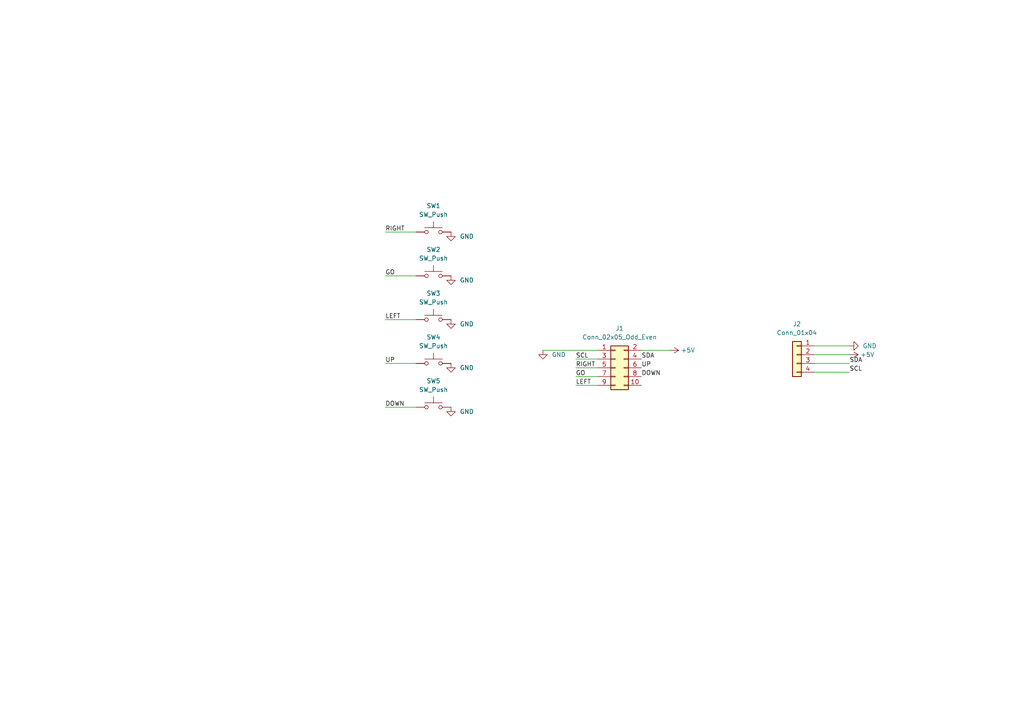
<source format=kicad_sch>
(kicad_sch (version 20211123) (generator eeschema)

  (uuid 9538e4ed-27e6-4c37-b989-9859dc0d49e8)

  (paper "A4")

  (lib_symbols
    (symbol "Connector_Generic:Conn_01x04" (pin_names (offset 1.016) hide) (in_bom yes) (on_board yes)
      (property "Reference" "J" (id 0) (at 0 5.08 0)
        (effects (font (size 1.27 1.27)))
      )
      (property "Value" "Conn_01x04" (id 1) (at 0 -7.62 0)
        (effects (font (size 1.27 1.27)))
      )
      (property "Footprint" "" (id 2) (at 0 0 0)
        (effects (font (size 1.27 1.27)) hide)
      )
      (property "Datasheet" "~" (id 3) (at 0 0 0)
        (effects (font (size 1.27 1.27)) hide)
      )
      (property "ki_keywords" "connector" (id 4) (at 0 0 0)
        (effects (font (size 1.27 1.27)) hide)
      )
      (property "ki_description" "Generic connector, single row, 01x04, script generated (kicad-library-utils/schlib/autogen/connector/)" (id 5) (at 0 0 0)
        (effects (font (size 1.27 1.27)) hide)
      )
      (property "ki_fp_filters" "Connector*:*_1x??_*" (id 6) (at 0 0 0)
        (effects (font (size 1.27 1.27)) hide)
      )
      (symbol "Conn_01x04_1_1"
        (rectangle (start -1.27 -4.953) (end 0 -5.207)
          (stroke (width 0.1524) (type default) (color 0 0 0 0))
          (fill (type none))
        )
        (rectangle (start -1.27 -2.413) (end 0 -2.667)
          (stroke (width 0.1524) (type default) (color 0 0 0 0))
          (fill (type none))
        )
        (rectangle (start -1.27 0.127) (end 0 -0.127)
          (stroke (width 0.1524) (type default) (color 0 0 0 0))
          (fill (type none))
        )
        (rectangle (start -1.27 2.667) (end 0 2.413)
          (stroke (width 0.1524) (type default) (color 0 0 0 0))
          (fill (type none))
        )
        (rectangle (start -1.27 3.81) (end 1.27 -6.35)
          (stroke (width 0.254) (type default) (color 0 0 0 0))
          (fill (type background))
        )
        (pin passive line (at -5.08 2.54 0) (length 3.81)
          (name "Pin_1" (effects (font (size 1.27 1.27))))
          (number "1" (effects (font (size 1.27 1.27))))
        )
        (pin passive line (at -5.08 0 0) (length 3.81)
          (name "Pin_2" (effects (font (size 1.27 1.27))))
          (number "2" (effects (font (size 1.27 1.27))))
        )
        (pin passive line (at -5.08 -2.54 0) (length 3.81)
          (name "Pin_3" (effects (font (size 1.27 1.27))))
          (number "3" (effects (font (size 1.27 1.27))))
        )
        (pin passive line (at -5.08 -5.08 0) (length 3.81)
          (name "Pin_4" (effects (font (size 1.27 1.27))))
          (number "4" (effects (font (size 1.27 1.27))))
        )
      )
    )
    (symbol "Connector_Generic:Conn_02x05_Odd_Even" (pin_names (offset 1.016) hide) (in_bom yes) (on_board yes)
      (property "Reference" "J" (id 0) (at 1.27 7.62 0)
        (effects (font (size 1.27 1.27)))
      )
      (property "Value" "Conn_02x05_Odd_Even" (id 1) (at 1.27 -7.62 0)
        (effects (font (size 1.27 1.27)))
      )
      (property "Footprint" "" (id 2) (at 0 0 0)
        (effects (font (size 1.27 1.27)) hide)
      )
      (property "Datasheet" "~" (id 3) (at 0 0 0)
        (effects (font (size 1.27 1.27)) hide)
      )
      (property "ki_keywords" "connector" (id 4) (at 0 0 0)
        (effects (font (size 1.27 1.27)) hide)
      )
      (property "ki_description" "Generic connector, double row, 02x05, odd/even pin numbering scheme (row 1 odd numbers, row 2 even numbers), script generated (kicad-library-utils/schlib/autogen/connector/)" (id 5) (at 0 0 0)
        (effects (font (size 1.27 1.27)) hide)
      )
      (property "ki_fp_filters" "Connector*:*_2x??_*" (id 6) (at 0 0 0)
        (effects (font (size 1.27 1.27)) hide)
      )
      (symbol "Conn_02x05_Odd_Even_1_1"
        (rectangle (start -1.27 -4.953) (end 0 -5.207)
          (stroke (width 0.1524) (type default) (color 0 0 0 0))
          (fill (type none))
        )
        (rectangle (start -1.27 -2.413) (end 0 -2.667)
          (stroke (width 0.1524) (type default) (color 0 0 0 0))
          (fill (type none))
        )
        (rectangle (start -1.27 0.127) (end 0 -0.127)
          (stroke (width 0.1524) (type default) (color 0 0 0 0))
          (fill (type none))
        )
        (rectangle (start -1.27 2.667) (end 0 2.413)
          (stroke (width 0.1524) (type default) (color 0 0 0 0))
          (fill (type none))
        )
        (rectangle (start -1.27 5.207) (end 0 4.953)
          (stroke (width 0.1524) (type default) (color 0 0 0 0))
          (fill (type none))
        )
        (rectangle (start -1.27 6.35) (end 3.81 -6.35)
          (stroke (width 0.254) (type default) (color 0 0 0 0))
          (fill (type background))
        )
        (rectangle (start 3.81 -4.953) (end 2.54 -5.207)
          (stroke (width 0.1524) (type default) (color 0 0 0 0))
          (fill (type none))
        )
        (rectangle (start 3.81 -2.413) (end 2.54 -2.667)
          (stroke (width 0.1524) (type default) (color 0 0 0 0))
          (fill (type none))
        )
        (rectangle (start 3.81 0.127) (end 2.54 -0.127)
          (stroke (width 0.1524) (type default) (color 0 0 0 0))
          (fill (type none))
        )
        (rectangle (start 3.81 2.667) (end 2.54 2.413)
          (stroke (width 0.1524) (type default) (color 0 0 0 0))
          (fill (type none))
        )
        (rectangle (start 3.81 5.207) (end 2.54 4.953)
          (stroke (width 0.1524) (type default) (color 0 0 0 0))
          (fill (type none))
        )
        (pin passive line (at -5.08 5.08 0) (length 3.81)
          (name "Pin_1" (effects (font (size 1.27 1.27))))
          (number "1" (effects (font (size 1.27 1.27))))
        )
        (pin passive line (at 7.62 -5.08 180) (length 3.81)
          (name "Pin_10" (effects (font (size 1.27 1.27))))
          (number "10" (effects (font (size 1.27 1.27))))
        )
        (pin passive line (at 7.62 5.08 180) (length 3.81)
          (name "Pin_2" (effects (font (size 1.27 1.27))))
          (number "2" (effects (font (size 1.27 1.27))))
        )
        (pin passive line (at -5.08 2.54 0) (length 3.81)
          (name "Pin_3" (effects (font (size 1.27 1.27))))
          (number "3" (effects (font (size 1.27 1.27))))
        )
        (pin passive line (at 7.62 2.54 180) (length 3.81)
          (name "Pin_4" (effects (font (size 1.27 1.27))))
          (number "4" (effects (font (size 1.27 1.27))))
        )
        (pin passive line (at -5.08 0 0) (length 3.81)
          (name "Pin_5" (effects (font (size 1.27 1.27))))
          (number "5" (effects (font (size 1.27 1.27))))
        )
        (pin passive line (at 7.62 0 180) (length 3.81)
          (name "Pin_6" (effects (font (size 1.27 1.27))))
          (number "6" (effects (font (size 1.27 1.27))))
        )
        (pin passive line (at -5.08 -2.54 0) (length 3.81)
          (name "Pin_7" (effects (font (size 1.27 1.27))))
          (number "7" (effects (font (size 1.27 1.27))))
        )
        (pin passive line (at 7.62 -2.54 180) (length 3.81)
          (name "Pin_8" (effects (font (size 1.27 1.27))))
          (number "8" (effects (font (size 1.27 1.27))))
        )
        (pin passive line (at -5.08 -5.08 0) (length 3.81)
          (name "Pin_9" (effects (font (size 1.27 1.27))))
          (number "9" (effects (font (size 1.27 1.27))))
        )
      )
    )
    (symbol "Switch:SW_Push" (pin_numbers hide) (pin_names (offset 1.016) hide) (in_bom yes) (on_board yes)
      (property "Reference" "SW" (id 0) (at 1.27 2.54 0)
        (effects (font (size 1.27 1.27)) (justify left))
      )
      (property "Value" "SW_Push" (id 1) (at 0 -1.524 0)
        (effects (font (size 1.27 1.27)))
      )
      (property "Footprint" "" (id 2) (at 0 5.08 0)
        (effects (font (size 1.27 1.27)) hide)
      )
      (property "Datasheet" "~" (id 3) (at 0 5.08 0)
        (effects (font (size 1.27 1.27)) hide)
      )
      (property "ki_keywords" "switch normally-open pushbutton push-button" (id 4) (at 0 0 0)
        (effects (font (size 1.27 1.27)) hide)
      )
      (property "ki_description" "Push button switch, generic, two pins" (id 5) (at 0 0 0)
        (effects (font (size 1.27 1.27)) hide)
      )
      (symbol "SW_Push_0_1"
        (circle (center -2.032 0) (radius 0.508)
          (stroke (width 0) (type default) (color 0 0 0 0))
          (fill (type none))
        )
        (polyline
          (pts
            (xy 0 1.27)
            (xy 0 3.048)
          )
          (stroke (width 0) (type default) (color 0 0 0 0))
          (fill (type none))
        )
        (polyline
          (pts
            (xy 2.54 1.27)
            (xy -2.54 1.27)
          )
          (stroke (width 0) (type default) (color 0 0 0 0))
          (fill (type none))
        )
        (circle (center 2.032 0) (radius 0.508)
          (stroke (width 0) (type default) (color 0 0 0 0))
          (fill (type none))
        )
        (pin passive line (at -5.08 0 0) (length 2.54)
          (name "1" (effects (font (size 1.27 1.27))))
          (number "1" (effects (font (size 1.27 1.27))))
        )
        (pin passive line (at 5.08 0 180) (length 2.54)
          (name "2" (effects (font (size 1.27 1.27))))
          (number "2" (effects (font (size 1.27 1.27))))
        )
      )
    )
    (symbol "power:+5V" (power) (pin_names (offset 0)) (in_bom yes) (on_board yes)
      (property "Reference" "#PWR" (id 0) (at 0 -3.81 0)
        (effects (font (size 1.27 1.27)) hide)
      )
      (property "Value" "+5V" (id 1) (at 0 3.556 0)
        (effects (font (size 1.27 1.27)))
      )
      (property "Footprint" "" (id 2) (at 0 0 0)
        (effects (font (size 1.27 1.27)) hide)
      )
      (property "Datasheet" "" (id 3) (at 0 0 0)
        (effects (font (size 1.27 1.27)) hide)
      )
      (property "ki_keywords" "power-flag" (id 4) (at 0 0 0)
        (effects (font (size 1.27 1.27)) hide)
      )
      (property "ki_description" "Power symbol creates a global label with name \"+5V\"" (id 5) (at 0 0 0)
        (effects (font (size 1.27 1.27)) hide)
      )
      (symbol "+5V_0_1"
        (polyline
          (pts
            (xy -0.762 1.27)
            (xy 0 2.54)
          )
          (stroke (width 0) (type default) (color 0 0 0 0))
          (fill (type none))
        )
        (polyline
          (pts
            (xy 0 0)
            (xy 0 2.54)
          )
          (stroke (width 0) (type default) (color 0 0 0 0))
          (fill (type none))
        )
        (polyline
          (pts
            (xy 0 2.54)
            (xy 0.762 1.27)
          )
          (stroke (width 0) (type default) (color 0 0 0 0))
          (fill (type none))
        )
      )
      (symbol "+5V_1_1"
        (pin power_in line (at 0 0 90) (length 0) hide
          (name "+5V" (effects (font (size 1.27 1.27))))
          (number "1" (effects (font (size 1.27 1.27))))
        )
      )
    )
    (symbol "power:GND" (power) (pin_names (offset 0)) (in_bom yes) (on_board yes)
      (property "Reference" "#PWR" (id 0) (at 0 -6.35 0)
        (effects (font (size 1.27 1.27)) hide)
      )
      (property "Value" "GND" (id 1) (at 0 -3.81 0)
        (effects (font (size 1.27 1.27)))
      )
      (property "Footprint" "" (id 2) (at 0 0 0)
        (effects (font (size 1.27 1.27)) hide)
      )
      (property "Datasheet" "" (id 3) (at 0 0 0)
        (effects (font (size 1.27 1.27)) hide)
      )
      (property "ki_keywords" "power-flag" (id 4) (at 0 0 0)
        (effects (font (size 1.27 1.27)) hide)
      )
      (property "ki_description" "Power symbol creates a global label with name \"GND\" , ground" (id 5) (at 0 0 0)
        (effects (font (size 1.27 1.27)) hide)
      )
      (symbol "GND_0_1"
        (polyline
          (pts
            (xy 0 0)
            (xy 0 -1.27)
            (xy 1.27 -1.27)
            (xy 0 -2.54)
            (xy -1.27 -1.27)
            (xy 0 -1.27)
          )
          (stroke (width 0) (type default) (color 0 0 0 0))
          (fill (type none))
        )
      )
      (symbol "GND_1_1"
        (pin power_in line (at 0 0 270) (length 0) hide
          (name "GND" (effects (font (size 1.27 1.27))))
          (number "1" (effects (font (size 1.27 1.27))))
        )
      )
    )
  )


  (wire (pts (xy 186.055 101.6) (xy 194.31 101.6))
    (stroke (width 0) (type default) (color 0 0 0 0))
    (uuid 09c6ca89-863f-42d4-867e-9a769c316610)
  )
  (wire (pts (xy 167.005 109.22) (xy 173.355 109.22))
    (stroke (width 0) (type default) (color 0 0 0 0))
    (uuid 2cd3975a-2259-4fa9-8133-e1586b9b9618)
  )
  (wire (pts (xy 167.005 111.76) (xy 173.355 111.76))
    (stroke (width 0) (type default) (color 0 0 0 0))
    (uuid 311665d9-0fab-4325-8b46-f3638bf521df)
  )
  (wire (pts (xy 236.22 105.41) (xy 246.38 105.41))
    (stroke (width 0) (type default) (color 0 0 0 0))
    (uuid 5316e991-ce10-460d-b147-c3212ab73264)
  )
  (wire (pts (xy 157.48 101.6) (xy 173.355 101.6))
    (stroke (width 0) (type default) (color 0 0 0 0))
    (uuid 70abf340-8b3e-403e-a5e2-d8f35caa2f87)
  )
  (wire (pts (xy 167.005 106.68) (xy 173.355 106.68))
    (stroke (width 0) (type default) (color 0 0 0 0))
    (uuid 7de6564c-7ad6-4d57-a54c-8d2835ff5cdc)
  )
  (wire (pts (xy 111.76 67.31) (xy 120.65 67.31))
    (stroke (width 0) (type default) (color 0 0 0 0))
    (uuid 925b5560-8382-40f3-8cf9-254592283142)
  )
  (wire (pts (xy 111.76 105.41) (xy 120.65 105.41))
    (stroke (width 0) (type default) (color 0 0 0 0))
    (uuid 9ec5f3f5-c855-4a93-884e-c35b526be0b0)
  )
  (wire (pts (xy 236.22 102.87) (xy 246.38 102.87))
    (stroke (width 0) (type default) (color 0 0 0 0))
    (uuid c915f386-3746-4d81-9dd8-3f7c09c1d89f)
  )
  (wire (pts (xy 236.22 107.95) (xy 246.38 107.95))
    (stroke (width 0) (type default) (color 0 0 0 0))
    (uuid ced1e980-726c-49dd-a0ef-3b854629bd13)
  )
  (wire (pts (xy 111.76 80.01) (xy 120.65 80.01))
    (stroke (width 0) (type default) (color 0 0 0 0))
    (uuid da56a39d-3a93-41bd-befa-2b2ac5ca0a22)
  )
  (wire (pts (xy 111.76 92.71) (xy 120.65 92.71))
    (stroke (width 0) (type default) (color 0 0 0 0))
    (uuid dd06c53d-16fb-4a9e-8aae-ff135cb05e90)
  )
  (wire (pts (xy 167.005 104.14) (xy 173.355 104.14))
    (stroke (width 0) (type default) (color 0 0 0 0))
    (uuid dff67d5c-d976-4516-ae67-dbbdb70f8ddd)
  )
  (wire (pts (xy 236.22 100.33) (xy 246.38 100.33))
    (stroke (width 0) (type default) (color 0 0 0 0))
    (uuid e50ec51c-0a1a-432a-aa74-f2280d2a7431)
  )
  (wire (pts (xy 111.76 118.11) (xy 120.65 118.11))
    (stroke (width 0) (type default) (color 0 0 0 0))
    (uuid ec89ffff-2d78-45d2-8bc3-9a403f2f930f)
  )

  (label "UP" (at 111.76 105.41 0)
    (effects (font (size 1.27 1.27)) (justify left bottom))
    (uuid 156cc437-73f9-4b3d-899d-c1d51a8c376d)
  )
  (label "DOWN" (at 186.055 109.22 0)
    (effects (font (size 1.27 1.27)) (justify left bottom))
    (uuid 251669f2-aed1-46fe-b2e4-9582ff1e4084)
  )
  (label "RIGHT" (at 111.76 67.31 0)
    (effects (font (size 1.27 1.27)) (justify left bottom))
    (uuid 27b2f6f4-8398-4215-90e1-4f8bee0ce4aa)
  )
  (label "UP" (at 186.055 106.68 0)
    (effects (font (size 1.27 1.27)) (justify left bottom))
    (uuid 3198b8ca-7d11-4e0c-89a4-c173f9fcf724)
  )
  (label "LEFT" (at 167.005 111.76 0)
    (effects (font (size 1.27 1.27)) (justify left bottom))
    (uuid 4fb2577d-2e1c-480c-9060-124510b35053)
  )
  (label "RIGHT" (at 167.005 106.68 0)
    (effects (font (size 1.27 1.27)) (justify left bottom))
    (uuid 53719fc4-141e-4c58-98cd-ab3bf9a4e1c0)
  )
  (label "DOWN" (at 111.76 118.11 0)
    (effects (font (size 1.27 1.27)) (justify left bottom))
    (uuid 56429939-a9f5-4e62-8401-22ab706f421b)
  )
  (label "SDA" (at 246.38 105.41 0)
    (effects (font (size 1.27 1.27)) (justify left bottom))
    (uuid 6b71a22e-282e-4247-9317-41a5b013bb33)
  )
  (label "SDA" (at 186.055 104.14 0)
    (effects (font (size 1.27 1.27)) (justify left bottom))
    (uuid 8aeda7bd-b078-427a-a185-d5bc595c6436)
  )
  (label "LEFT" (at 111.76 92.71 0)
    (effects (font (size 1.27 1.27)) (justify left bottom))
    (uuid 8faaf616-7b31-476b-9317-8bc9db2f5d84)
  )
  (label "GO" (at 167.005 109.22 0)
    (effects (font (size 1.27 1.27)) (justify left bottom))
    (uuid c5565d96-c729-4597-a74f-7f75befcc39d)
  )
  (label "GO" (at 111.76 80.01 0)
    (effects (font (size 1.27 1.27)) (justify left bottom))
    (uuid cf6597c8-55a9-48ee-87d2-63a5b781819f)
  )
  (label "SCL" (at 246.38 107.95 0)
    (effects (font (size 1.27 1.27)) (justify left bottom))
    (uuid d902d4cd-e274-49d3-b862-2960bb7834c4)
  )
  (label "SCL" (at 167.005 104.14 0)
    (effects (font (size 1.27 1.27)) (justify left bottom))
    (uuid fe4869dc-e96e-4bb4-a38d-2ca990635f2d)
  )

  (symbol (lib_id "power:+5V") (at 246.38 102.87 270) (unit 1)
    (in_bom yes) (on_board yes) (fields_autoplaced)
    (uuid 23e787f2-881a-4e6d-8091-8fdbd721560c)
    (property "Reference" "#PWR0109" (id 0) (at 242.57 102.87 0)
      (effects (font (size 1.27 1.27)) hide)
    )
    (property "Value" "+5V" (id 1) (at 249.555 102.8699 90)
      (effects (font (size 1.27 1.27)) (justify left))
    )
    (property "Footprint" "" (id 2) (at 246.38 102.87 0)
      (effects (font (size 1.27 1.27)) hide)
    )
    (property "Datasheet" "" (id 3) (at 246.38 102.87 0)
      (effects (font (size 1.27 1.27)) hide)
    )
    (pin "1" (uuid 3054b6d3-d8fa-40ab-8f51-0ca8ef89c207))
  )

  (symbol (lib_id "power:GND") (at 246.38 100.33 90) (mirror x) (unit 1)
    (in_bom yes) (on_board yes) (fields_autoplaced)
    (uuid 321c6879-9fb2-4c67-8fef-101cd2a9ec09)
    (property "Reference" "#PWR0108" (id 0) (at 252.73 100.33 0)
      (effects (font (size 1.27 1.27)) hide)
    )
    (property "Value" "GND" (id 1) (at 250.19 100.3299 90)
      (effects (font (size 1.27 1.27)) (justify right))
    )
    (property "Footprint" "" (id 2) (at 246.38 100.33 0)
      (effects (font (size 1.27 1.27)) hide)
    )
    (property "Datasheet" "" (id 3) (at 246.38 100.33 0)
      (effects (font (size 1.27 1.27)) hide)
    )
    (pin "1" (uuid cee5066d-df03-4b1d-bd31-fd389fb37bbe))
  )

  (symbol (lib_id "power:+5V") (at 194.31 101.6 270) (unit 1)
    (in_bom yes) (on_board yes) (fields_autoplaced)
    (uuid 5cff09b0-b3d4-41a7-a6a4-7f917b40eda9)
    (property "Reference" "#PWR0101" (id 0) (at 190.5 101.6 0)
      (effects (font (size 1.27 1.27)) hide)
    )
    (property "Value" "+5V" (id 1) (at 197.485 101.5999 90)
      (effects (font (size 1.27 1.27)) (justify left))
    )
    (property "Footprint" "" (id 2) (at 194.31 101.6 0)
      (effects (font (size 1.27 1.27)) hide)
    )
    (property "Datasheet" "" (id 3) (at 194.31 101.6 0)
      (effects (font (size 1.27 1.27)) hide)
    )
    (pin "1" (uuid 5a397f61-35c4-4c18-9dcd-73a2d44cc9af))
  )

  (symbol (lib_id "Switch:SW_Push") (at 125.73 92.71 0) (unit 1)
    (in_bom yes) (on_board yes) (fields_autoplaced)
    (uuid 60a4647d-7fb4-4393-9f34-fb7b742e2842)
    (property "Reference" "SW3" (id 0) (at 125.73 85.09 0))
    (property "Value" "SW_Push" (id 1) (at 125.73 87.63 0))
    (property "Footprint" "Button_Switch_THT:SW_PUSH-12mm_Wuerth-430476085716" (id 2) (at 125.73 87.63 0)
      (effects (font (size 1.27 1.27)) hide)
    )
    (property "Datasheet" "~" (id 3) (at 125.73 87.63 0)
      (effects (font (size 1.27 1.27)) hide)
    )
    (pin "1" (uuid 7b3dd545-45b0-4731-905e-8bf82667ad49))
    (pin "2" (uuid 183f9cc5-f7bf-4a7d-8840-199b0d535784))
  )

  (symbol (lib_id "Connector_Generic:Conn_01x04") (at 231.14 102.87 0) (mirror y) (unit 1)
    (in_bom yes) (on_board yes) (fields_autoplaced)
    (uuid 6d9f6563-b395-49b4-90ea-ded5f84aeba3)
    (property "Reference" "J2" (id 0) (at 231.14 93.98 0))
    (property "Value" "Conn_01x04" (id 1) (at 231.14 96.52 0))
    (property "Footprint" "Connector_PinHeader_2.54mm:PinHeader_1x04_P2.54mm_Horizontal" (id 2) (at 231.14 102.87 0)
      (effects (font (size 1.27 1.27)) hide)
    )
    (property "Datasheet" "~" (id 3) (at 231.14 102.87 0)
      (effects (font (size 1.27 1.27)) hide)
    )
    (pin "1" (uuid 0e10eafc-5e89-4ace-b0f6-fb97d55c8831))
    (pin "2" (uuid de1889a7-a196-47f8-875c-1fed776e7e92))
    (pin "3" (uuid 45ac22ca-9e10-41a2-9138-841c03a39c0b))
    (pin "4" (uuid 34508fe5-0359-4f39-a1e8-814168c848fb))
  )

  (symbol (lib_id "Switch:SW_Push") (at 125.73 105.41 0) (unit 1)
    (in_bom yes) (on_board yes) (fields_autoplaced)
    (uuid 7017927f-8834-4779-83b8-3b9d81246785)
    (property "Reference" "SW4" (id 0) (at 125.73 97.79 0))
    (property "Value" "SW_Push" (id 1) (at 125.73 100.33 0))
    (property "Footprint" "Button_Switch_THT:SW_PUSH-12mm_Wuerth-430476085716" (id 2) (at 125.73 100.33 0)
      (effects (font (size 1.27 1.27)) hide)
    )
    (property "Datasheet" "~" (id 3) (at 125.73 100.33 0)
      (effects (font (size 1.27 1.27)) hide)
    )
    (pin "1" (uuid 991f0a2b-478a-45ff-8ff1-e68aaa566c2c))
    (pin "2" (uuid 9f8b9b05-85d9-4d42-a272-b833f8f71b44))
  )

  (symbol (lib_id "power:GND") (at 130.81 118.11 0) (unit 1)
    (in_bom yes) (on_board yes) (fields_autoplaced)
    (uuid 92809647-9bc9-4742-af5e-c2519362f42e)
    (property "Reference" "#PWR0106" (id 0) (at 130.81 124.46 0)
      (effects (font (size 1.27 1.27)) hide)
    )
    (property "Value" "GND" (id 1) (at 133.35 119.3799 0)
      (effects (font (size 1.27 1.27)) (justify left))
    )
    (property "Footprint" "" (id 2) (at 130.81 118.11 0)
      (effects (font (size 1.27 1.27)) hide)
    )
    (property "Datasheet" "" (id 3) (at 130.81 118.11 0)
      (effects (font (size 1.27 1.27)) hide)
    )
    (pin "1" (uuid 41b96f51-e560-44d8-a816-2aa3d02a112e))
  )

  (symbol (lib_id "Switch:SW_Push") (at 125.73 118.11 0) (unit 1)
    (in_bom yes) (on_board yes) (fields_autoplaced)
    (uuid 9fe27806-297d-4490-8f4f-300eb98fd52a)
    (property "Reference" "SW5" (id 0) (at 125.73 110.49 0))
    (property "Value" "SW_Push" (id 1) (at 125.73 113.03 0))
    (property "Footprint" "Button_Switch_THT:SW_PUSH-12mm_Wuerth-430476085716" (id 2) (at 125.73 113.03 0)
      (effects (font (size 1.27 1.27)) hide)
    )
    (property "Datasheet" "~" (id 3) (at 125.73 113.03 0)
      (effects (font (size 1.27 1.27)) hide)
    )
    (pin "1" (uuid ef4fde0a-4c8d-41aa-a198-0d69b306024b))
    (pin "2" (uuid a07c62cb-ee15-4ec1-8e2a-afe01fa3aee9))
  )

  (symbol (lib_id "Switch:SW_Push") (at 125.73 67.31 0) (unit 1)
    (in_bom yes) (on_board yes) (fields_autoplaced)
    (uuid a48d5c9d-4ac8-4da0-92f0-6fa35676566b)
    (property "Reference" "SW1" (id 0) (at 125.73 59.69 0))
    (property "Value" "SW_Push" (id 1) (at 125.73 62.23 0))
    (property "Footprint" "Button_Switch_THT:SW_PUSH-12mm_Wuerth-430476085716" (id 2) (at 125.73 62.23 0)
      (effects (font (size 1.27 1.27)) hide)
    )
    (property "Datasheet" "~" (id 3) (at 125.73 62.23 0)
      (effects (font (size 1.27 1.27)) hide)
    )
    (pin "1" (uuid 06c97e15-c76e-4b30-9020-eb893edf6d7c))
    (pin "2" (uuid 89ede464-e6b8-4679-a2ef-c170a3ee41f9))
  )

  (symbol (lib_id "Connector_Generic:Conn_02x05_Odd_Even") (at 178.435 106.68 0) (unit 1)
    (in_bom yes) (on_board yes) (fields_autoplaced)
    (uuid a6706c54-6a82-42d1-a6c9-48341690e19d)
    (property "Reference" "J1" (id 0) (at 179.705 95.25 0))
    (property "Value" "Conn_02x05_Odd_Even" (id 1) (at 179.705 97.79 0))
    (property "Footprint" "Connector_IDC:IDC-Header_2x05_P2.54mm_Vertical" (id 2) (at 178.435 106.68 0)
      (effects (font (size 1.27 1.27)) hide)
    )
    (property "Datasheet" "~" (id 3) (at 178.435 106.68 0)
      (effects (font (size 1.27 1.27)) hide)
    )
    (pin "1" (uuid 4f2f68c4-6fa0-45ce-b5c2-e911daddcd12))
    (pin "10" (uuid dd6c35f3-ae45-4706-ad6f-8028797ca8e0))
    (pin "2" (uuid 39845449-7a31-4262-86b1-e7af14a6659f))
    (pin "3" (uuid 07652224-af43-42a2-841c-1883ba305bc4))
    (pin "4" (uuid b8e1a8b8-63f0-4e53-a6cb-c8edf9a649c4))
    (pin "5" (uuid 63286bbb-78a3-4368-a50a-f6bf5f1653b0))
    (pin "6" (uuid e4184668-3bdd-4cb2-a053-4f3d5e57b541))
    (pin "7" (uuid ea745685-58a4-4364-a674-15381eadb187))
    (pin "8" (uuid c6bba6d7-3631-448e-9df8-b5a9e3238ade))
    (pin "9" (uuid adcbf4d0-ed9c-4c7d-b78f-3bcbe974bdcb))
  )

  (symbol (lib_id "power:GND") (at 157.48 101.6 0) (unit 1)
    (in_bom yes) (on_board yes) (fields_autoplaced)
    (uuid b55dabdc-b790-4740-9349-75159cff975a)
    (property "Reference" "#PWR0102" (id 0) (at 157.48 107.95 0)
      (effects (font (size 1.27 1.27)) hide)
    )
    (property "Value" "GND" (id 1) (at 160.02 102.8699 0)
      (effects (font (size 1.27 1.27)) (justify left))
    )
    (property "Footprint" "" (id 2) (at 157.48 101.6 0)
      (effects (font (size 1.27 1.27)) hide)
    )
    (property "Datasheet" "" (id 3) (at 157.48 101.6 0)
      (effects (font (size 1.27 1.27)) hide)
    )
    (pin "1" (uuid 004b7456-c25a-480f-88f6-723c1bcd9939))
  )

  (symbol (lib_id "Switch:SW_Push") (at 125.73 80.01 0) (unit 1)
    (in_bom yes) (on_board yes) (fields_autoplaced)
    (uuid bf19533b-16de-47f5-a9b4-645f328f4dfe)
    (property "Reference" "SW2" (id 0) (at 125.73 72.39 0))
    (property "Value" "SW_Push" (id 1) (at 125.73 74.93 0))
    (property "Footprint" "Button_Switch_THT:SW_PUSH-12mm_Wuerth-430476085716" (id 2) (at 125.73 74.93 0)
      (effects (font (size 1.27 1.27)) hide)
    )
    (property "Datasheet" "~" (id 3) (at 125.73 74.93 0)
      (effects (font (size 1.27 1.27)) hide)
    )
    (pin "1" (uuid 55488c96-5c7c-42e8-84b2-a8e477480d1b))
    (pin "2" (uuid c8367f99-c461-44b2-ac92-af6a82fd9551))
  )

  (symbol (lib_id "power:GND") (at 130.81 67.31 0) (unit 1)
    (in_bom yes) (on_board yes) (fields_autoplaced)
    (uuid cff7bf16-e403-4a64-ac31-15fd440a6501)
    (property "Reference" "#PWR0107" (id 0) (at 130.81 73.66 0)
      (effects (font (size 1.27 1.27)) hide)
    )
    (property "Value" "GND" (id 1) (at 133.35 68.5799 0)
      (effects (font (size 1.27 1.27)) (justify left))
    )
    (property "Footprint" "" (id 2) (at 130.81 67.31 0)
      (effects (font (size 1.27 1.27)) hide)
    )
    (property "Datasheet" "" (id 3) (at 130.81 67.31 0)
      (effects (font (size 1.27 1.27)) hide)
    )
    (pin "1" (uuid a5437876-f6f5-4dc2-9e32-0a4e382d45f8))
  )

  (symbol (lib_id "power:GND") (at 130.81 80.01 0) (unit 1)
    (in_bom yes) (on_board yes) (fields_autoplaced)
    (uuid d2bd9a9e-5aa9-413c-aa2a-5256d69cfbef)
    (property "Reference" "#PWR0103" (id 0) (at 130.81 86.36 0)
      (effects (font (size 1.27 1.27)) hide)
    )
    (property "Value" "GND" (id 1) (at 133.35 81.2799 0)
      (effects (font (size 1.27 1.27)) (justify left))
    )
    (property "Footprint" "" (id 2) (at 130.81 80.01 0)
      (effects (font (size 1.27 1.27)) hide)
    )
    (property "Datasheet" "" (id 3) (at 130.81 80.01 0)
      (effects (font (size 1.27 1.27)) hide)
    )
    (pin "1" (uuid 57bea8d8-630c-4f7f-a5ec-1579a314b909))
  )

  (symbol (lib_id "power:GND") (at 130.81 105.41 0) (unit 1)
    (in_bom yes) (on_board yes) (fields_autoplaced)
    (uuid f06a0281-2633-434c-a68e-0d8be9bc6fef)
    (property "Reference" "#PWR0105" (id 0) (at 130.81 111.76 0)
      (effects (font (size 1.27 1.27)) hide)
    )
    (property "Value" "GND" (id 1) (at 133.35 106.6799 0)
      (effects (font (size 1.27 1.27)) (justify left))
    )
    (property "Footprint" "" (id 2) (at 130.81 105.41 0)
      (effects (font (size 1.27 1.27)) hide)
    )
    (property "Datasheet" "" (id 3) (at 130.81 105.41 0)
      (effects (font (size 1.27 1.27)) hide)
    )
    (pin "1" (uuid bbd5bfb2-1369-4127-9185-9bcee36e8962))
  )

  (symbol (lib_id "power:GND") (at 130.81 92.71 0) (unit 1)
    (in_bom yes) (on_board yes) (fields_autoplaced)
    (uuid ffd8d8f1-153a-4435-a9c3-86c23461a562)
    (property "Reference" "#PWR0104" (id 0) (at 130.81 99.06 0)
      (effects (font (size 1.27 1.27)) hide)
    )
    (property "Value" "GND" (id 1) (at 133.35 93.9799 0)
      (effects (font (size 1.27 1.27)) (justify left))
    )
    (property "Footprint" "" (id 2) (at 130.81 92.71 0)
      (effects (font (size 1.27 1.27)) hide)
    )
    (property "Datasheet" "" (id 3) (at 130.81 92.71 0)
      (effects (font (size 1.27 1.27)) hide)
    )
    (pin "1" (uuid 4c162f40-f0e6-47bc-b677-ca34ddbed4cb))
  )

  (sheet_instances
    (path "/" (page "1"))
  )

  (symbol_instances
    (path "/5cff09b0-b3d4-41a7-a6a4-7f917b40eda9"
      (reference "#PWR0101") (unit 1) (value "+5V") (footprint "")
    )
    (path "/b55dabdc-b790-4740-9349-75159cff975a"
      (reference "#PWR0102") (unit 1) (value "GND") (footprint "")
    )
    (path "/d2bd9a9e-5aa9-413c-aa2a-5256d69cfbef"
      (reference "#PWR0103") (unit 1) (value "GND") (footprint "")
    )
    (path "/ffd8d8f1-153a-4435-a9c3-86c23461a562"
      (reference "#PWR0104") (unit 1) (value "GND") (footprint "")
    )
    (path "/f06a0281-2633-434c-a68e-0d8be9bc6fef"
      (reference "#PWR0105") (unit 1) (value "GND") (footprint "")
    )
    (path "/92809647-9bc9-4742-af5e-c2519362f42e"
      (reference "#PWR0106") (unit 1) (value "GND") (footprint "")
    )
    (path "/cff7bf16-e403-4a64-ac31-15fd440a6501"
      (reference "#PWR0107") (unit 1) (value "GND") (footprint "")
    )
    (path "/321c6879-9fb2-4c67-8fef-101cd2a9ec09"
      (reference "#PWR0108") (unit 1) (value "GND") (footprint "")
    )
    (path "/23e787f2-881a-4e6d-8091-8fdbd721560c"
      (reference "#PWR0109") (unit 1) (value "+5V") (footprint "")
    )
    (path "/a6706c54-6a82-42d1-a6c9-48341690e19d"
      (reference "J1") (unit 1) (value "Conn_02x05_Odd_Even") (footprint "Connector_IDC:IDC-Header_2x05_P2.54mm_Vertical")
    )
    (path "/6d9f6563-b395-49b4-90ea-ded5f84aeba3"
      (reference "J2") (unit 1) (value "Conn_01x04") (footprint "Connector_PinHeader_2.54mm:PinHeader_1x04_P2.54mm_Horizontal")
    )
    (path "/a48d5c9d-4ac8-4da0-92f0-6fa35676566b"
      (reference "SW1") (unit 1) (value "SW_Push") (footprint "Button_Switch_THT:SW_PUSH-12mm_Wuerth-430476085716")
    )
    (path "/bf19533b-16de-47f5-a9b4-645f328f4dfe"
      (reference "SW2") (unit 1) (value "SW_Push") (footprint "Button_Switch_THT:SW_PUSH-12mm_Wuerth-430476085716")
    )
    (path "/60a4647d-7fb4-4393-9f34-fb7b742e2842"
      (reference "SW3") (unit 1) (value "SW_Push") (footprint "Button_Switch_THT:SW_PUSH-12mm_Wuerth-430476085716")
    )
    (path "/7017927f-8834-4779-83b8-3b9d81246785"
      (reference "SW4") (unit 1) (value "SW_Push") (footprint "Button_Switch_THT:SW_PUSH-12mm_Wuerth-430476085716")
    )
    (path "/9fe27806-297d-4490-8f4f-300eb98fd52a"
      (reference "SW5") (unit 1) (value "SW_Push") (footprint "Button_Switch_THT:SW_PUSH-12mm_Wuerth-430476085716")
    )
  )
)

</source>
